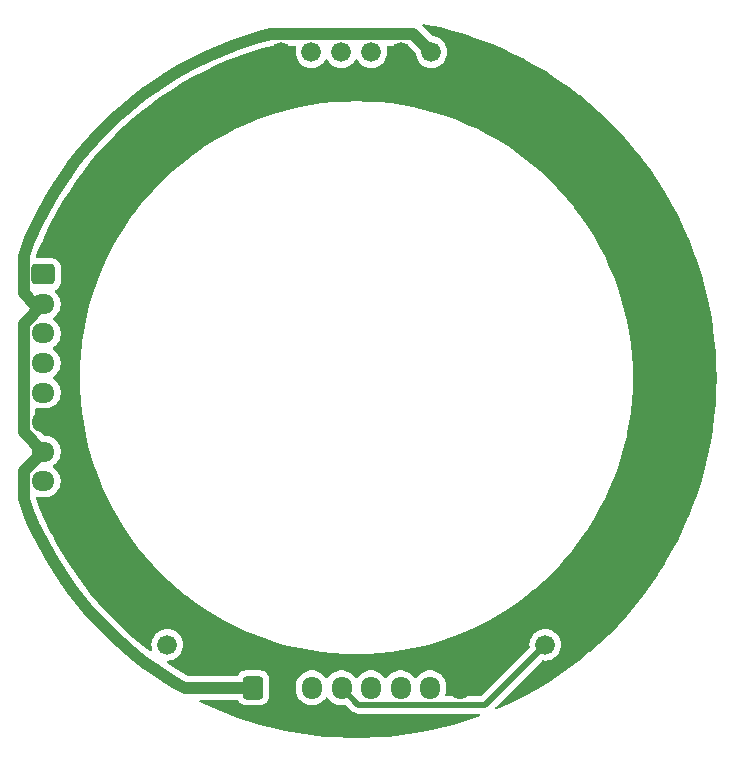
<source format=gbr>
%TF.GenerationSoftware,KiCad,Pcbnew,8.0.8*%
%TF.CreationDate,2025-03-04T17:09:11-05:00*%
%TF.ProjectId,board_C,626f6172-645f-4432-9e6b-696361645f70,rev?*%
%TF.SameCoordinates,Original*%
%TF.FileFunction,Copper,L2,Bot*%
%TF.FilePolarity,Positive*%
%FSLAX46Y46*%
G04 Gerber Fmt 4.6, Leading zero omitted, Abs format (unit mm)*
G04 Created by KiCad (PCBNEW 8.0.8) date 2025-03-04 17:09:11*
%MOMM*%
%LPD*%
G01*
G04 APERTURE LIST*
G04 Aperture macros list*
%AMRoundRect*
0 Rectangle with rounded corners*
0 $1 Rounding radius*
0 $2 $3 $4 $5 $6 $7 $8 $9 X,Y pos of 4 corners*
0 Add a 4 corners polygon primitive as box body*
4,1,4,$2,$3,$4,$5,$6,$7,$8,$9,$2,$3,0*
0 Add four circle primitives for the rounded corners*
1,1,$1+$1,$2,$3*
1,1,$1+$1,$4,$5*
1,1,$1+$1,$6,$7*
1,1,$1+$1,$8,$9*
0 Add four rect primitives between the rounded corners*
20,1,$1+$1,$2,$3,$4,$5,0*
20,1,$1+$1,$4,$5,$6,$7,0*
20,1,$1+$1,$6,$7,$8,$9,0*
20,1,$1+$1,$8,$9,$2,$3,0*%
G04 Aperture macros list end*
%TA.AperFunction,ComponentPad*%
%ADD10RoundRect,0.250000X-0.725000X0.600000X-0.725000X-0.600000X0.725000X-0.600000X0.725000X0.600000X0*%
%TD*%
%TA.AperFunction,ComponentPad*%
%ADD11O,1.950000X1.700000*%
%TD*%
%TA.AperFunction,ComponentPad*%
%ADD12C,1.676400*%
%TD*%
%TA.AperFunction,ComponentPad*%
%ADD13RoundRect,0.250000X-0.600000X-0.725000X0.600000X-0.725000X0.600000X0.725000X-0.600000X0.725000X0*%
%TD*%
%TA.AperFunction,ComponentPad*%
%ADD14O,1.700000X1.950000*%
%TD*%
%TA.AperFunction,Conductor*%
%ADD15C,0.500000*%
%TD*%
%TA.AperFunction,Conductor*%
%ADD16C,1.000000*%
%TD*%
G04 APERTURE END LIST*
D10*
%TO.P,J7,1,Pin_1*%
%TO.N,unconnected-(J7-Pin_1-Pad1)*%
X121995259Y-42247629D03*
D11*
%TO.P,J7,2,Pin_2*%
%TO.N,/RightSpeakerAndMic/3V3_SPK*%
X121995259Y-44747629D03*
%TO.P,J7,3,Pin_3*%
%TO.N,/RightSpeakerAndMic/LRCLK*%
X121995259Y-47247629D03*
%TO.P,J7,4,Pin_4*%
%TO.N,/RightSpeakerAndMic/DOUT*%
X121995259Y-49747629D03*
%TO.P,J7,5,Pin_5*%
%TO.N,/RightSpeakerAndMic/BCLK*%
X121995259Y-52247629D03*
%TO.P,J7,6,Pin_6*%
%TO.N,/RightSpeakerAndMic/GND_SPK*%
X121995259Y-54747629D03*
%TO.P,J7,7,Pin_7*%
%TO.N,/RightSpeakerAndMic/3V3_SPK*%
X121995259Y-57247629D03*
%TO.P,J7,8,Pin_8*%
%TO.N,unconnected-(J7-Pin_8-Pad8)*%
X121995259Y-59747629D03*
%TD*%
D12*
%TO.P,U8,1,SEL*%
%TO.N,/RightSpeakerAndMic/GND_SPK*%
X142155328Y-23415908D03*
%TO.P,U8,2,LRCLK*%
%TO.N,/RightSpeakerAndMic/LRCLK*%
X144695328Y-23415908D03*
%TO.P,U8,3,DOUT*%
%TO.N,/RightSpeakerAndMic/DOUT*%
X147235328Y-23415908D03*
%TO.P,U8,4,BCLK*%
%TO.N,/RightSpeakerAndMic/BCLK*%
X149775328Y-23415908D03*
%TO.P,U8,5,GND*%
%TO.N,/RightSpeakerAndMic/GND_SPK*%
X152315328Y-23415908D03*
%TO.P,U8,6,3V*%
%TO.N,/RightSpeakerAndMic/3V3_SPK*%
X154855328Y-23415908D03*
%TD*%
D13*
%TO.P,J5,1,Pin_1*%
%TO.N,/RightSpeakerAndMic/3V3_SPK*%
X139745259Y-77247629D03*
D14*
%TO.P,J5,2,Pin_2*%
%TO.N,/RightSpeakerAndMic/GND_SPK*%
X142245259Y-77247629D03*
%TO.P,J5,3,Pin_3*%
%TO.N,/RightSpeakerAndMic/Spk-*%
X144745259Y-77247629D03*
%TO.P,J5,4,Pin_4*%
%TO.N,/RightSpeakerAndMic/Spk+*%
X147245259Y-77247629D03*
%TO.P,J5,5,Pin_5*%
%TO.N,/RightSpeakerAndMic/LRCLK*%
X149745259Y-77247629D03*
%TO.P,J5,6,Pin_6*%
%TO.N,/RightSpeakerAndMic/DOUT*%
X152245259Y-77247629D03*
%TO.P,J5,7,Pin_7*%
%TO.N,/RightSpeakerAndMic/BCLK*%
X154745259Y-77247629D03*
%TO.P,J5,8,Pin_8*%
%TO.N,/RightSpeakerAndMic/GND_SPK*%
X157245259Y-77247629D03*
%TD*%
D12*
%TO.P,LS1,1,1*%
%TO.N,/RightSpeakerAndMic/Spk-*%
X132495259Y-73597629D03*
%TO.P,LS1,2,2*%
%TO.N,/RightSpeakerAndMic/Spk+*%
X164495259Y-73597629D03*
%TD*%
D15*
%TO.N,/RightSpeakerAndMic/Spk+*%
X148670259Y-78672629D02*
X147245259Y-77247629D01*
X164495259Y-73597629D02*
X159420259Y-78672629D01*
X159420259Y-78672629D02*
X148670259Y-78672629D01*
D16*
%TO.N,/RightSpeakerAndMic/3V3_SPK*%
X122208391Y-65448953D02*
X122744074Y-66383227D01*
X130646123Y-26888533D02*
X129792238Y-27544757D01*
X124547331Y-32932830D02*
X123914311Y-33804108D01*
X137202604Y-23207052D02*
X136212310Y-23630324D01*
X120807162Y-62539268D02*
X121239309Y-63525732D01*
X129792238Y-27544757D02*
X128962405Y-28231256D01*
X125905128Y-31261212D02*
X125211203Y-32084858D01*
X125211203Y-32084858D02*
X124547331Y-32932830D01*
X126628140Y-30463043D02*
X125905128Y-31261212D01*
X121239309Y-38469526D02*
X120807162Y-39455990D01*
X121245259Y-44747629D02*
X121995259Y-44747629D01*
X120410704Y-40457327D02*
X120320259Y-40712130D01*
X134280458Y-24582112D02*
X133341402Y-25109393D01*
X121239309Y-63525732D02*
X121706596Y-64496062D01*
X129792238Y-74450501D02*
X130646123Y-75106725D01*
X122744074Y-66383227D02*
X123312960Y-67297690D01*
X133341402Y-76885865D02*
X133985682Y-77247629D01*
X122744074Y-35612031D02*
X122208391Y-36546305D01*
X133985682Y-77247629D02*
X139745259Y-77247629D01*
X121706596Y-37499196D02*
X121239309Y-38469526D01*
X135237853Y-24088869D02*
X134280458Y-24582112D01*
X138207441Y-22819606D02*
X137202604Y-23207052D01*
X131523088Y-75731928D02*
X132421889Y-76325221D01*
X120320259Y-61283128D02*
X120410704Y-61537931D01*
X123312960Y-34697568D02*
X122744074Y-35612031D01*
X125211203Y-69910400D02*
X125905128Y-70734046D01*
X131523088Y-26263330D02*
X130646123Y-26888533D01*
X124547331Y-69062428D02*
X125211203Y-69910400D01*
X120320259Y-46422629D02*
X121995259Y-44747629D01*
X128157780Y-28947071D02*
X127379349Y-29691327D01*
X139225571Y-22468468D02*
X138207441Y-22819606D01*
X120807162Y-39455990D02*
X120410704Y-40457327D01*
X126628140Y-71532215D02*
X127379349Y-72303931D01*
X123312960Y-67297690D02*
X123914311Y-68191150D01*
X123914311Y-68191150D02*
X124547331Y-69062428D01*
X120320259Y-40712130D02*
X120320259Y-43822629D01*
X122208391Y-36546305D02*
X121706596Y-37499196D01*
X154855328Y-23415908D02*
X153316349Y-21876929D01*
X133341402Y-25109393D02*
X132421889Y-25670037D01*
X120320259Y-43822629D02*
X121245259Y-44747629D01*
X121995259Y-57247629D02*
X120320259Y-58922629D01*
X123914311Y-33804108D02*
X123312960Y-34697568D01*
X120410704Y-61537931D02*
X120807162Y-62539268D01*
X128157780Y-73048187D02*
X128962405Y-73764002D01*
X132421889Y-25670037D02*
X131523088Y-26263330D01*
X120320259Y-55572629D02*
X120320259Y-46422629D01*
X136212310Y-23630324D02*
X135237853Y-24088869D01*
X153316349Y-21876929D02*
X141296299Y-21876929D01*
X121706596Y-64496062D02*
X122208391Y-65448953D01*
X127379349Y-72303931D02*
X128157780Y-73048187D01*
X125905128Y-70734046D02*
X126628140Y-71532215D01*
X130646123Y-75106725D02*
X131523088Y-75731928D01*
X120320259Y-58922629D02*
X120320259Y-61283128D01*
X128962405Y-73764002D02*
X129792238Y-74450501D01*
X140255651Y-22154102D02*
X139225571Y-22468468D01*
X141296299Y-21876929D02*
X140255651Y-22154102D01*
X132421889Y-76325221D02*
X133341402Y-76885865D01*
X121995259Y-57247629D02*
X120320259Y-55572629D01*
X127379349Y-29691327D02*
X126628140Y-30463043D01*
X128962405Y-28231256D02*
X128157780Y-28947071D01*
%TD*%
%TA.AperFunction,Conductor*%
%TO.N,/RightSpeakerAndMic/GND_SPK*%
G36*
X154217744Y-21043791D02*
G01*
X154510711Y-21097270D01*
X154515078Y-21098148D01*
X155586261Y-21333934D01*
X155590599Y-21334971D01*
X156652592Y-21609280D01*
X156656877Y-21610470D01*
X157708285Y-21922944D01*
X157712484Y-21924275D01*
X158751916Y-22274500D01*
X158756101Y-22275995D01*
X159487232Y-22552116D01*
X159782191Y-22663511D01*
X159786348Y-22665167D01*
X160797806Y-23089484D01*
X160801849Y-23091268D01*
X161797338Y-23551831D01*
X161801280Y-23553742D01*
X162737007Y-24028392D01*
X162779477Y-24049935D01*
X162783433Y-24052032D01*
X163743077Y-24583216D01*
X163746902Y-24585425D01*
X164686732Y-25150902D01*
X164690519Y-25153275D01*
X165609313Y-25752307D01*
X165613019Y-25754820D01*
X166509568Y-26386620D01*
X166513181Y-26389265D01*
X167386345Y-27053028D01*
X167389859Y-27055801D01*
X167429707Y-27088428D01*
X168169466Y-27694136D01*
X168238483Y-27750646D01*
X168241896Y-27753545D01*
X169064881Y-28478577D01*
X169068187Y-28481597D01*
X169864470Y-29235876D01*
X169867664Y-29239013D01*
X170636211Y-30021562D01*
X170639262Y-30024783D01*
X171283483Y-30729955D01*
X171379031Y-30834543D01*
X171381991Y-30837902D01*
X172028552Y-31599093D01*
X172092050Y-31673848D01*
X172094884Y-31677309D01*
X172416664Y-32085106D01*
X172774326Y-32538377D01*
X172777035Y-32541942D01*
X173424912Y-33426929D01*
X173427491Y-33430589D01*
X174042996Y-34338392D01*
X174045442Y-34342143D01*
X174627785Y-35271596D01*
X174630093Y-35275432D01*
X175178487Y-36225277D01*
X175180656Y-36229194D01*
X175694424Y-37198264D01*
X175696449Y-37202257D01*
X176174881Y-38189209D01*
X176176761Y-38193273D01*
X176177982Y-38196042D01*
X176483727Y-38889486D01*
X176619251Y-39196859D01*
X176620983Y-39200988D01*
X177026951Y-40219893D01*
X177028533Y-40224082D01*
X177397450Y-41256973D01*
X177398880Y-41261216D01*
X177730275Y-42306778D01*
X177731550Y-42311069D01*
X178024975Y-43367890D01*
X178026095Y-43372226D01*
X178281179Y-44438968D01*
X178282141Y-44443340D01*
X178498543Y-45518581D01*
X178499347Y-45522986D01*
X178676788Y-46605327D01*
X178677433Y-46609758D01*
X178718301Y-46931389D01*
X178798666Y-47563872D01*
X178815688Y-47697832D01*
X178816172Y-47702283D01*
X178915052Y-48794625D01*
X178915375Y-48799091D01*
X178974754Y-49894276D01*
X178974916Y-49898750D01*
X178994718Y-50995389D01*
X178994718Y-50999867D01*
X178974916Y-52096505D01*
X178974754Y-52100979D01*
X178915375Y-53196164D01*
X178915052Y-53200630D01*
X178816172Y-54292972D01*
X178815688Y-54297423D01*
X178677433Y-55385497D01*
X178676788Y-55389928D01*
X178499347Y-56472269D01*
X178498543Y-56476674D01*
X178282141Y-57551915D01*
X178281179Y-57556287D01*
X178026095Y-58623029D01*
X178024975Y-58627365D01*
X177731550Y-59684186D01*
X177730275Y-59688477D01*
X177398880Y-60734039D01*
X177397450Y-60738282D01*
X177028533Y-61771173D01*
X177026951Y-61775362D01*
X176620983Y-62794267D01*
X176619251Y-62798396D01*
X176176761Y-63801982D01*
X176174881Y-63806046D01*
X175696449Y-64792998D01*
X175694424Y-64796991D01*
X175180656Y-65766061D01*
X175178487Y-65769978D01*
X174630093Y-66719823D01*
X174627785Y-66723659D01*
X174045442Y-67653112D01*
X174042996Y-67656863D01*
X173427491Y-68564666D01*
X173424912Y-68568326D01*
X172777035Y-69453313D01*
X172774326Y-69456878D01*
X172094887Y-70317943D01*
X172092050Y-70321407D01*
X171381991Y-71157353D01*
X171379031Y-71160712D01*
X170639276Y-71970457D01*
X170636197Y-71973708D01*
X169867664Y-72756242D01*
X169864470Y-72759379D01*
X169068187Y-73513658D01*
X169064881Y-73516678D01*
X168241896Y-74241710D01*
X168238483Y-74244609D01*
X167389859Y-74939454D01*
X167386345Y-74942227D01*
X166513181Y-75605990D01*
X166509568Y-75608635D01*
X165613019Y-76240435D01*
X165609313Y-76242948D01*
X164690526Y-76841976D01*
X164686732Y-76844353D01*
X163746928Y-77409815D01*
X163743050Y-77412054D01*
X162783433Y-77943223D01*
X162779477Y-77945320D01*
X161801324Y-78441492D01*
X161797295Y-78443445D01*
X160801876Y-78903975D01*
X160797779Y-78905782D01*
X160433210Y-79058722D01*
X160363775Y-79066504D01*
X160301155Y-79035511D01*
X160265232Y-78975584D01*
X160267411Y-78905748D01*
X160297558Y-78856697D01*
X164194650Y-74959604D01*
X164255971Y-74926121D01*
X164293135Y-74923759D01*
X164441491Y-74936738D01*
X164495258Y-74941443D01*
X164495259Y-74941443D01*
X164495260Y-74941443D01*
X164534150Y-74938040D01*
X164728610Y-74921027D01*
X164954870Y-74860401D01*
X165167166Y-74761406D01*
X165359046Y-74627050D01*
X165524680Y-74461416D01*
X165659036Y-74269536D01*
X165758031Y-74057240D01*
X165818657Y-73830980D01*
X165839073Y-73597629D01*
X165818657Y-73364278D01*
X165758031Y-73138018D01*
X165659036Y-72925722D01*
X165524680Y-72733842D01*
X165359046Y-72568208D01*
X165167166Y-72433852D01*
X164954870Y-72334857D01*
X164954866Y-72334856D01*
X164954862Y-72334854D01*
X164728615Y-72274232D01*
X164728605Y-72274230D01*
X164495260Y-72253815D01*
X164495258Y-72253815D01*
X164261912Y-72274230D01*
X164261902Y-72274232D01*
X164035655Y-72334854D01*
X164035648Y-72334856D01*
X164035648Y-72334857D01*
X163823352Y-72433852D01*
X163631472Y-72568208D01*
X163631470Y-72568209D01*
X163631467Y-72568212D01*
X163465842Y-72733837D01*
X163465839Y-72733840D01*
X163465838Y-72733842D01*
X163415796Y-72805310D01*
X163331482Y-72925722D01*
X163232488Y-73138016D01*
X163232484Y-73138025D01*
X163171862Y-73364272D01*
X163171860Y-73364282D01*
X163151445Y-73597628D01*
X163151445Y-73597630D01*
X163169128Y-73799749D01*
X163155361Y-73868249D01*
X163133281Y-73898237D01*
X159145710Y-77885810D01*
X159084387Y-77919295D01*
X159058029Y-77922129D01*
X156157386Y-77922129D01*
X156090347Y-77902444D01*
X156044592Y-77849640D01*
X156034648Y-77780482D01*
X156039455Y-77759811D01*
X156062505Y-77688872D01*
X156095759Y-77478916D01*
X156095759Y-77016342D01*
X156062505Y-76806386D01*
X155996816Y-76604217D01*
X155900310Y-76414813D01*
X155900308Y-76414810D01*
X155900307Y-76414808D01*
X155775368Y-76242842D01*
X155625045Y-76092519D01*
X155453079Y-75967580D01*
X155263673Y-75871073D01*
X155263672Y-75871072D01*
X155263671Y-75871072D01*
X155061502Y-75805383D01*
X155061500Y-75805382D01*
X155061499Y-75805382D01*
X154900216Y-75779837D01*
X154851546Y-75772129D01*
X154638972Y-75772129D01*
X154590301Y-75779837D01*
X154429019Y-75805382D01*
X154226844Y-75871073D01*
X154037438Y-75967580D01*
X153865472Y-76092519D01*
X153715153Y-76242838D01*
X153715149Y-76242843D01*
X153595577Y-76407422D01*
X153540248Y-76450088D01*
X153470634Y-76456067D01*
X153408839Y-76423462D01*
X153394941Y-76407422D01*
X153275368Y-76242843D01*
X153275364Y-76242838D01*
X153125045Y-76092519D01*
X152953079Y-75967580D01*
X152763673Y-75871073D01*
X152763672Y-75871072D01*
X152763671Y-75871072D01*
X152561502Y-75805383D01*
X152561500Y-75805382D01*
X152561499Y-75805382D01*
X152400216Y-75779837D01*
X152351546Y-75772129D01*
X152138972Y-75772129D01*
X152090301Y-75779837D01*
X151929019Y-75805382D01*
X151726844Y-75871073D01*
X151537438Y-75967580D01*
X151365472Y-76092519D01*
X151215153Y-76242838D01*
X151215149Y-76242843D01*
X151095577Y-76407422D01*
X151040248Y-76450088D01*
X150970634Y-76456067D01*
X150908839Y-76423462D01*
X150894941Y-76407422D01*
X150775368Y-76242843D01*
X150775364Y-76242838D01*
X150625045Y-76092519D01*
X150453079Y-75967580D01*
X150263673Y-75871073D01*
X150263672Y-75871072D01*
X150263671Y-75871072D01*
X150061502Y-75805383D01*
X150061500Y-75805382D01*
X150061499Y-75805382D01*
X149900216Y-75779837D01*
X149851546Y-75772129D01*
X149638972Y-75772129D01*
X149590301Y-75779837D01*
X149429019Y-75805382D01*
X149226844Y-75871073D01*
X149037438Y-75967580D01*
X148865472Y-76092519D01*
X148715153Y-76242838D01*
X148715149Y-76242843D01*
X148595577Y-76407422D01*
X148540248Y-76450088D01*
X148470634Y-76456067D01*
X148408839Y-76423462D01*
X148394941Y-76407422D01*
X148275368Y-76242843D01*
X148275364Y-76242838D01*
X148125045Y-76092519D01*
X147953079Y-75967580D01*
X147763673Y-75871073D01*
X147763672Y-75871072D01*
X147763671Y-75871072D01*
X147561502Y-75805383D01*
X147561500Y-75805382D01*
X147561499Y-75805382D01*
X147400216Y-75779837D01*
X147351546Y-75772129D01*
X147138972Y-75772129D01*
X147090301Y-75779837D01*
X146929019Y-75805382D01*
X146726844Y-75871073D01*
X146537438Y-75967580D01*
X146365472Y-76092519D01*
X146215153Y-76242838D01*
X146215149Y-76242843D01*
X146095577Y-76407422D01*
X146040248Y-76450088D01*
X145970634Y-76456067D01*
X145908839Y-76423462D01*
X145894941Y-76407422D01*
X145775368Y-76242843D01*
X145775364Y-76242838D01*
X145625045Y-76092519D01*
X145453079Y-75967580D01*
X145263673Y-75871073D01*
X145263672Y-75871072D01*
X145263671Y-75871072D01*
X145061502Y-75805383D01*
X145061500Y-75805382D01*
X145061499Y-75805382D01*
X144900216Y-75779837D01*
X144851546Y-75772129D01*
X144638972Y-75772129D01*
X144590301Y-75779837D01*
X144429019Y-75805382D01*
X144226844Y-75871073D01*
X144037438Y-75967580D01*
X143865472Y-76092519D01*
X143715149Y-76242842D01*
X143590210Y-76414808D01*
X143493703Y-76604214D01*
X143428012Y-76806389D01*
X143416842Y-76876916D01*
X143394759Y-77016342D01*
X143394759Y-77478916D01*
X143428013Y-77688872D01*
X143492002Y-77885810D01*
X143493703Y-77891043D01*
X143590210Y-78080449D01*
X143715149Y-78252415D01*
X143865472Y-78402738D01*
X144037438Y-78527677D01*
X144037440Y-78527678D01*
X144037443Y-78527680D01*
X144226847Y-78624186D01*
X144429016Y-78689875D01*
X144638972Y-78723129D01*
X144638973Y-78723129D01*
X144851545Y-78723129D01*
X144851546Y-78723129D01*
X145061502Y-78689875D01*
X145263671Y-78624186D01*
X145453075Y-78527680D01*
X145475048Y-78511715D01*
X145625045Y-78402738D01*
X145625047Y-78402735D01*
X145625051Y-78402733D01*
X145775363Y-78252421D01*
X145894942Y-78087833D01*
X145950270Y-78045169D01*
X146019883Y-78039190D01*
X146081679Y-78071795D01*
X146095572Y-78087828D01*
X146212037Y-78248129D01*
X146215155Y-78252421D01*
X146365472Y-78402738D01*
X146537438Y-78527677D01*
X146537440Y-78527678D01*
X146537443Y-78527680D01*
X146726847Y-78624186D01*
X146929016Y-78689875D01*
X147138972Y-78723129D01*
X147138973Y-78723129D01*
X147351545Y-78723129D01*
X147351546Y-78723129D01*
X147554897Y-78690921D01*
X147624190Y-78699876D01*
X147661976Y-78725713D01*
X148087307Y-79151044D01*
X148087308Y-79151045D01*
X148191843Y-79255580D01*
X148191844Y-79255581D01*
X148314757Y-79337709D01*
X148314770Y-79337716D01*
X148451341Y-79394285D01*
X148451346Y-79394287D01*
X148451350Y-79394287D01*
X148451351Y-79394288D01*
X148596338Y-79423129D01*
X158860912Y-79423129D01*
X158927951Y-79442814D01*
X158973706Y-79495618D01*
X158983650Y-79564776D01*
X158954625Y-79628332D01*
X158904722Y-79663132D01*
X158756117Y-79719254D01*
X158751900Y-79720760D01*
X157712518Y-80070969D01*
X157708250Y-80072322D01*
X156656891Y-80384781D01*
X156652577Y-80385979D01*
X155590607Y-80660282D01*
X155586252Y-80661323D01*
X154515089Y-80897104D01*
X154510700Y-80897987D01*
X153431746Y-81094939D01*
X153427327Y-81095664D01*
X152341919Y-81253540D01*
X152337478Y-81254104D01*
X151247118Y-81372688D01*
X151242659Y-81373092D01*
X150148690Y-81452237D01*
X150144219Y-81452479D01*
X149048144Y-81492076D01*
X149043667Y-81492157D01*
X147946851Y-81492157D01*
X147942374Y-81492076D01*
X146846298Y-81452479D01*
X146841827Y-81452237D01*
X145747858Y-81373092D01*
X145743399Y-81372688D01*
X144653039Y-81254104D01*
X144648598Y-81253540D01*
X143563190Y-81095664D01*
X143558771Y-81094939D01*
X142479817Y-80897987D01*
X142475428Y-80897104D01*
X141404265Y-80661323D01*
X141399910Y-80660282D01*
X140337940Y-80385979D01*
X140333626Y-80384781D01*
X139282267Y-80072322D01*
X139277999Y-80070969D01*
X138238617Y-79720760D01*
X138234400Y-79719254D01*
X137208326Y-79331744D01*
X137204167Y-79330087D01*
X136192738Y-78905782D01*
X136188641Y-78903975D01*
X135282325Y-78484668D01*
X135229747Y-78438654D01*
X135210393Y-78371518D01*
X135230407Y-78304577D01*
X135283436Y-78259082D01*
X135334391Y-78248129D01*
X138364201Y-78248129D01*
X138431240Y-78267814D01*
X138469738Y-78307030D01*
X138552547Y-78441285D01*
X138676603Y-78565341D01*
X138825925Y-78657443D01*
X138992462Y-78712628D01*
X139095250Y-78723129D01*
X140395267Y-78723128D01*
X140498056Y-78712628D01*
X140664593Y-78657443D01*
X140813915Y-78565341D01*
X140937971Y-78441285D01*
X141030073Y-78291963D01*
X141085258Y-78125426D01*
X141095759Y-78022638D01*
X141095758Y-76472621D01*
X141085258Y-76369832D01*
X141030073Y-76203295D01*
X140937971Y-76053973D01*
X140813915Y-75929917D01*
X140664593Y-75837815D01*
X140498056Y-75782630D01*
X140498054Y-75782629D01*
X140395269Y-75772129D01*
X139095257Y-75772129D01*
X139095240Y-75772130D01*
X138992462Y-75782629D01*
X138992459Y-75782630D01*
X138825927Y-75837814D01*
X138825922Y-75837816D01*
X138676601Y-75929918D01*
X138552548Y-76053971D01*
X138469740Y-76188226D01*
X138417792Y-76234950D01*
X138364201Y-76247129D01*
X134279789Y-76247129D01*
X134219080Y-76231250D01*
X133848866Y-76023374D01*
X133845026Y-76021127D01*
X132959970Y-75481493D01*
X132956211Y-75479107D01*
X132479999Y-75164762D01*
X132434894Y-75111402D01*
X132425797Y-75042127D01*
X132455598Y-74978931D01*
X132514834Y-74941879D01*
X132537500Y-74937747D01*
X132728610Y-74921027D01*
X132954870Y-74860401D01*
X133167166Y-74761406D01*
X133359046Y-74627050D01*
X133524680Y-74461416D01*
X133659036Y-74269536D01*
X133758031Y-74057240D01*
X133818657Y-73830980D01*
X133839073Y-73597629D01*
X133818657Y-73364278D01*
X133758031Y-73138018D01*
X133659036Y-72925722D01*
X133524680Y-72733842D01*
X133359046Y-72568208D01*
X133167166Y-72433852D01*
X132954870Y-72334857D01*
X132954866Y-72334856D01*
X132954862Y-72334854D01*
X132728615Y-72274232D01*
X132728605Y-72274230D01*
X132495260Y-72253815D01*
X132495258Y-72253815D01*
X132261912Y-72274230D01*
X132261902Y-72274232D01*
X132035655Y-72334854D01*
X132035648Y-72334856D01*
X132035648Y-72334857D01*
X131823352Y-72433852D01*
X131631472Y-72568208D01*
X131631470Y-72568209D01*
X131631467Y-72568212D01*
X131465842Y-72733837D01*
X131465839Y-72733840D01*
X131465838Y-72733842D01*
X131415796Y-72805310D01*
X131331482Y-72925722D01*
X131232488Y-73138016D01*
X131232484Y-73138025D01*
X131171862Y-73364272D01*
X131171860Y-73364282D01*
X131151445Y-73597628D01*
X131151445Y-73597629D01*
X131171860Y-73830975D01*
X131171862Y-73830985D01*
X131218232Y-74004043D01*
X131216569Y-74073893D01*
X131177406Y-74131755D01*
X131113177Y-74159259D01*
X131044275Y-74147672D01*
X131022897Y-74134455D01*
X130417922Y-73669521D01*
X130414441Y-73666746D01*
X129615696Y-73005967D01*
X129612318Y-73003068D01*
X128837885Y-72314112D01*
X128834612Y-72311094D01*
X128535295Y-72024918D01*
X128085336Y-71594714D01*
X128082188Y-71591594D01*
X127359137Y-70848803D01*
X127356090Y-70845558D01*
X126879737Y-70319689D01*
X126660178Y-70077306D01*
X126657257Y-70073963D01*
X125989332Y-69281178D01*
X125986537Y-69277736D01*
X125431144Y-68568326D01*
X125347570Y-68461576D01*
X125344895Y-68458029D01*
X125170223Y-68217614D01*
X124735609Y-67619418D01*
X124733057Y-67615770D01*
X124154239Y-66755789D01*
X124151820Y-66752052D01*
X123604263Y-65871874D01*
X123601980Y-65868052D01*
X123086393Y-64968826D01*
X123084248Y-64964925D01*
X122805102Y-64434838D01*
X122601245Y-64047723D01*
X122599260Y-64043783D01*
X122149464Y-63109771D01*
X122147636Y-63105793D01*
X121731692Y-62156316D01*
X121729979Y-62152207D01*
X121579952Y-61773283D01*
X121358897Y-61214965D01*
X121352521Y-61145389D01*
X121384773Y-61083408D01*
X121445415Y-61048704D01*
X121512507Y-61051387D01*
X121554016Y-61064875D01*
X121763972Y-61098129D01*
X121763973Y-61098129D01*
X122226545Y-61098129D01*
X122226546Y-61098129D01*
X122436502Y-61064875D01*
X122638671Y-60999186D01*
X122828075Y-60902680D01*
X122850048Y-60886715D01*
X123000045Y-60777738D01*
X123000047Y-60777735D01*
X123000051Y-60777733D01*
X123150363Y-60627421D01*
X123150365Y-60627417D01*
X123150368Y-60627415D01*
X123275307Y-60455449D01*
X123275306Y-60455449D01*
X123275310Y-60455445D01*
X123371816Y-60266041D01*
X123437505Y-60063872D01*
X123470759Y-59853916D01*
X123470759Y-59641342D01*
X123437505Y-59431386D01*
X123371816Y-59229217D01*
X123275310Y-59039813D01*
X123275308Y-59039810D01*
X123275307Y-59039808D01*
X123150368Y-58867842D01*
X123000051Y-58717525D01*
X122835463Y-58597945D01*
X122792799Y-58542618D01*
X122786820Y-58473005D01*
X122819425Y-58411209D01*
X122835458Y-58397315D01*
X123000051Y-58277733D01*
X123150363Y-58127421D01*
X123150365Y-58127417D01*
X123150368Y-58127415D01*
X123275307Y-57955449D01*
X123275306Y-57955449D01*
X123275310Y-57955445D01*
X123371816Y-57766041D01*
X123437505Y-57563872D01*
X123470759Y-57353916D01*
X123470759Y-57141342D01*
X123437505Y-56931386D01*
X123371816Y-56729217D01*
X123275310Y-56539813D01*
X123275308Y-56539810D01*
X123275307Y-56539808D01*
X123150368Y-56367842D01*
X123000045Y-56217519D01*
X122828079Y-56092580D01*
X122638673Y-55996073D01*
X122638672Y-55996072D01*
X122638671Y-55996072D01*
X122436502Y-55930383D01*
X122436500Y-55930382D01*
X122436499Y-55930382D01*
X122275216Y-55904837D01*
X122226546Y-55897129D01*
X122226545Y-55897129D01*
X122111042Y-55897129D01*
X122044003Y-55877444D01*
X122023361Y-55860810D01*
X121357078Y-55194527D01*
X121323593Y-55133204D01*
X121320759Y-55106846D01*
X121320759Y-53659756D01*
X121340444Y-53592717D01*
X121393248Y-53546962D01*
X121462406Y-53537018D01*
X121483072Y-53541823D01*
X121554016Y-53564875D01*
X121763972Y-53598129D01*
X121763973Y-53598129D01*
X122226545Y-53598129D01*
X122226546Y-53598129D01*
X122436502Y-53564875D01*
X122638671Y-53499186D01*
X122828075Y-53402680D01*
X122850048Y-53386715D01*
X123000045Y-53277738D01*
X123000047Y-53277735D01*
X123000051Y-53277733D01*
X123150363Y-53127421D01*
X123150365Y-53127417D01*
X123150368Y-53127415D01*
X123275307Y-52955449D01*
X123275306Y-52955449D01*
X123275310Y-52955445D01*
X123371816Y-52766041D01*
X123437505Y-52563872D01*
X123470759Y-52353916D01*
X123470759Y-52141342D01*
X123437505Y-51931386D01*
X123371816Y-51729217D01*
X123275310Y-51539813D01*
X123275308Y-51539810D01*
X123275307Y-51539808D01*
X123150368Y-51367842D01*
X123000051Y-51217525D01*
X122835463Y-51097945D01*
X122792799Y-51042618D01*
X122788935Y-50997629D01*
X125089759Y-50997629D01*
X125109753Y-51964865D01*
X125169702Y-52930457D01*
X125269497Y-53892693D01*
X125269498Y-53892705D01*
X125269500Y-53892717D01*
X125408979Y-54850048D01*
X125408981Y-54850058D01*
X125587902Y-55800797D01*
X125802693Y-56729217D01*
X125805961Y-56743339D01*
X126029804Y-57556287D01*
X126062789Y-57676079D01*
X126357930Y-58597374D01*
X126502966Y-58993028D01*
X126690904Y-59505714D01*
X127061126Y-60399511D01*
X127384946Y-61098129D01*
X127467971Y-61277248D01*
X127910729Y-62137403D01*
X128023095Y-62335160D01*
X128388672Y-62978554D01*
X128900959Y-63799224D01*
X129446723Y-64598022D01*
X130025031Y-65373584D01*
X130025047Y-65373604D01*
X130025048Y-65373605D01*
X130634878Y-66124566D01*
X130634895Y-66124585D01*
X131275273Y-66849742D01*
X131275279Y-66849748D01*
X131945070Y-67547816D01*
X132058721Y-67656863D01*
X132643145Y-68217614D01*
X133286273Y-68785553D01*
X133368320Y-68858008D01*
X134024613Y-69390961D01*
X134119303Y-69467856D01*
X134894865Y-70046164D01*
X135693663Y-70591928D01*
X136514333Y-71104215D01*
X137355472Y-71582151D01*
X137355483Y-71582157D01*
X137735772Y-71777907D01*
X138215643Y-72024918D01*
X139093376Y-72431761D01*
X139987173Y-72801983D01*
X140895505Y-73134954D01*
X141816821Y-73430102D01*
X142749548Y-73686926D01*
X143692091Y-73904985D01*
X144642839Y-74083908D01*
X145600170Y-74223387D01*
X146562447Y-74323186D01*
X147528026Y-74383134D01*
X148495258Y-74403128D01*
X149462490Y-74383134D01*
X150428069Y-74323186D01*
X151390346Y-74223387D01*
X152347677Y-74083908D01*
X153298425Y-73904985D01*
X154240968Y-73686926D01*
X155173695Y-73430102D01*
X156095011Y-73134954D01*
X157003343Y-72801983D01*
X157897140Y-72431761D01*
X158774873Y-72024918D01*
X159635044Y-71582151D01*
X160476183Y-71104215D01*
X161296853Y-70591928D01*
X162095651Y-70046164D01*
X162871213Y-69467856D01*
X163489286Y-68965939D01*
X163622195Y-68858008D01*
X163622203Y-68858000D01*
X163622214Y-68857992D01*
X164347371Y-68217614D01*
X165045445Y-67547816D01*
X165715243Y-66849742D01*
X166355621Y-66124585D01*
X166355629Y-66124574D01*
X166355637Y-66124566D01*
X166754071Y-65633924D01*
X166965485Y-65373584D01*
X167543793Y-64598022D01*
X168089557Y-63799224D01*
X168601844Y-62978554D01*
X169079780Y-62137415D01*
X169522547Y-61277244D01*
X169929390Y-60399511D01*
X170299612Y-59505714D01*
X170632583Y-58597382D01*
X170927731Y-57676066D01*
X171184555Y-56743339D01*
X171380327Y-55897129D01*
X171402614Y-55800797D01*
X171430099Y-55654747D01*
X171581537Y-54850048D01*
X171721016Y-53892717D01*
X171820815Y-52930440D01*
X171880763Y-51964861D01*
X171900757Y-50997629D01*
X171880763Y-50030397D01*
X171820815Y-49064818D01*
X171721016Y-48102541D01*
X171581537Y-47145210D01*
X171402614Y-46194462D01*
X171184555Y-45251919D01*
X170927731Y-44319192D01*
X170632583Y-43397876D01*
X170299612Y-42489544D01*
X169929390Y-41595747D01*
X169522547Y-40718014D01*
X169079780Y-39857843D01*
X168601844Y-39016704D01*
X168089557Y-38196034D01*
X167543793Y-37397236D01*
X166965485Y-36621674D01*
X166911407Y-36555082D01*
X166355637Y-35870691D01*
X165829970Y-35275432D01*
X165715243Y-35145516D01*
X165500115Y-34921306D01*
X165045445Y-34447441D01*
X164347377Y-33777650D01*
X164347371Y-33777644D01*
X163622214Y-33137266D01*
X163622195Y-33137249D01*
X162871234Y-32527419D01*
X162871233Y-32527418D01*
X162871213Y-32527402D01*
X162095651Y-31949094D01*
X162052459Y-31919584D01*
X161296844Y-31403324D01*
X160476189Y-30891047D01*
X160476183Y-30891043D01*
X159635044Y-30413107D01*
X159635032Y-30413100D01*
X158774877Y-29970342D01*
X158150954Y-29681144D01*
X157897140Y-29563497D01*
X157003343Y-29193275D01*
X156994267Y-29189948D01*
X156095003Y-28860301D01*
X155173708Y-28565160D01*
X155173704Y-28565158D01*
X155173695Y-28565156D01*
X154240968Y-28308332D01*
X154240969Y-28308332D01*
X154240961Y-28308330D01*
X153298430Y-28090274D01*
X153298425Y-28090273D01*
X152347677Y-27911350D01*
X151390346Y-27771871D01*
X151390334Y-27771869D01*
X151390322Y-27771868D01*
X150428086Y-27672073D01*
X149462494Y-27612124D01*
X148495258Y-27592130D01*
X147528021Y-27612124D01*
X146562429Y-27672073D01*
X145600193Y-27771868D01*
X145600178Y-27771870D01*
X145600170Y-27771871D01*
X144642839Y-27911350D01*
X144642829Y-27911351D01*
X144642828Y-27911352D01*
X143692085Y-28090274D01*
X142749554Y-28308330D01*
X142131256Y-28478577D01*
X141816821Y-28565156D01*
X141816817Y-28565157D01*
X141816807Y-28565160D01*
X140895512Y-28860301D01*
X139987177Y-29193273D01*
X139093375Y-29563497D01*
X138215638Y-29970342D01*
X137355483Y-30413100D01*
X136514326Y-30891047D01*
X135693671Y-31403324D01*
X134894865Y-31949093D01*
X134408730Y-32311586D01*
X134119303Y-32527402D01*
X134119294Y-32527409D01*
X134119281Y-32527419D01*
X133368320Y-33137249D01*
X132643138Y-33777650D01*
X131945070Y-34447441D01*
X131275279Y-35145509D01*
X130634878Y-35870691D01*
X130025048Y-36621652D01*
X130025038Y-36621665D01*
X130025031Y-36621674D01*
X129821062Y-36895215D01*
X129446722Y-37397236D01*
X128900953Y-38196042D01*
X128388676Y-39016697D01*
X127910729Y-39857854D01*
X127467971Y-40718009D01*
X127061126Y-41595746D01*
X126690902Y-42489548D01*
X126357930Y-43397883D01*
X126062789Y-44319178D01*
X125805959Y-45251925D01*
X125587903Y-46194456D01*
X125510162Y-46607551D01*
X125408979Y-47145210D01*
X125290931Y-47955449D01*
X125269497Y-48102564D01*
X125169702Y-49064800D01*
X125109753Y-50030392D01*
X125089759Y-50997629D01*
X122788935Y-50997629D01*
X122786820Y-50973005D01*
X122819425Y-50911209D01*
X122835458Y-50897315D01*
X123000051Y-50777733D01*
X123150363Y-50627421D01*
X123150365Y-50627417D01*
X123150368Y-50627415D01*
X123275307Y-50455449D01*
X123275306Y-50455449D01*
X123275310Y-50455445D01*
X123371816Y-50266041D01*
X123437505Y-50063872D01*
X123470759Y-49853916D01*
X123470759Y-49641342D01*
X123437505Y-49431386D01*
X123371816Y-49229217D01*
X123275310Y-49039813D01*
X123275308Y-49039810D01*
X123275307Y-49039808D01*
X123150368Y-48867842D01*
X123000051Y-48717525D01*
X122835463Y-48597945D01*
X122792799Y-48542618D01*
X122786820Y-48473005D01*
X122819425Y-48411209D01*
X122835458Y-48397315D01*
X123000051Y-48277733D01*
X123150363Y-48127421D01*
X123150365Y-48127417D01*
X123150368Y-48127415D01*
X123275307Y-47955449D01*
X123275306Y-47955449D01*
X123275310Y-47955445D01*
X123371816Y-47766041D01*
X123437505Y-47563872D01*
X123470759Y-47353916D01*
X123470759Y-47141342D01*
X123437505Y-46931386D01*
X123371816Y-46729217D01*
X123275310Y-46539813D01*
X123275308Y-46539810D01*
X123275307Y-46539808D01*
X123150368Y-46367842D01*
X123000050Y-46217524D01*
X122880683Y-46130800D01*
X122835463Y-46097945D01*
X122792799Y-46042618D01*
X122786820Y-45973005D01*
X122819425Y-45911209D01*
X122835458Y-45897315D01*
X123000051Y-45777733D01*
X123150363Y-45627421D01*
X123150365Y-45627417D01*
X123150368Y-45627415D01*
X123275307Y-45455449D01*
X123275306Y-45455449D01*
X123275310Y-45455445D01*
X123371816Y-45266041D01*
X123437505Y-45063872D01*
X123470759Y-44853916D01*
X123470759Y-44641342D01*
X123437505Y-44431386D01*
X123371816Y-44229217D01*
X123275310Y-44039813D01*
X123275308Y-44039810D01*
X123275307Y-44039808D01*
X123150368Y-43867842D01*
X123011553Y-43729027D01*
X122978068Y-43667704D01*
X122983052Y-43598012D01*
X123024924Y-43542079D01*
X123034138Y-43535807D01*
X123039590Y-43532443D01*
X123039593Y-43532443D01*
X123188915Y-43440341D01*
X123312971Y-43316285D01*
X123405073Y-43166963D01*
X123460258Y-43000426D01*
X123470759Y-42897638D01*
X123470758Y-41597621D01*
X123470566Y-41595746D01*
X123460258Y-41494832D01*
X123460257Y-41494829D01*
X123405073Y-41328295D01*
X123312971Y-41178973D01*
X123188915Y-41054917D01*
X123039593Y-40962815D01*
X122873056Y-40907630D01*
X122873054Y-40907629D01*
X122770275Y-40897129D01*
X122770268Y-40897129D01*
X121495099Y-40897129D01*
X121428060Y-40877444D01*
X121382305Y-40824640D01*
X121372361Y-40755482D01*
X121379807Y-40727481D01*
X121580776Y-40219893D01*
X121729987Y-39843029D01*
X121731692Y-39838940D01*
X121926574Y-39394083D01*
X122147646Y-38889441D01*
X122149454Y-38885506D01*
X122599271Y-37951451D01*
X122601234Y-37947555D01*
X123084255Y-37030316D01*
X123086393Y-37026430D01*
X123601992Y-36127182D01*
X123604249Y-36123403D01*
X124151832Y-35243184D01*
X124154239Y-35239467D01*
X124217474Y-35145516D01*
X124733072Y-34379464D01*
X124735593Y-34375859D01*
X125344920Y-33537192D01*
X125347550Y-33533707D01*
X125986571Y-32717477D01*
X125989310Y-32714105D01*
X126657289Y-31921255D01*
X126660153Y-31917977D01*
X127356108Y-31149678D01*
X127359118Y-31146473D01*
X128082229Y-30403620D01*
X128085308Y-30400569D01*
X128834635Y-29684140D01*
X128837861Y-29681165D01*
X129612350Y-28992160D01*
X129615664Y-28989316D01*
X130414458Y-28328495D01*
X130417904Y-28325748D01*
X131239771Y-27694130D01*
X131243342Y-27691487D01*
X131270575Y-27672072D01*
X132087479Y-27089688D01*
X132091057Y-27087232D01*
X132956252Y-26516122D01*
X132959929Y-26513788D01*
X133845045Y-25974117D01*
X133848848Y-25971892D01*
X134752746Y-25464352D01*
X134756566Y-25462296D01*
X135678171Y-24987492D01*
X135682047Y-24985582D01*
X136620081Y-24544177D01*
X136624105Y-24542372D01*
X137577290Y-24134961D01*
X137581368Y-24133304D01*
X138548575Y-23760368D01*
X138552682Y-23758868D01*
X139532703Y-23420873D01*
X139536897Y-23419510D01*
X140528417Y-23116912D01*
X140532632Y-23115708D01*
X141411573Y-22881605D01*
X141443487Y-22877429D01*
X143292088Y-22877429D01*
X143359127Y-22897114D01*
X143404882Y-22949918D01*
X143414826Y-23019076D01*
X143411863Y-23033522D01*
X143371931Y-23182551D01*
X143371929Y-23182561D01*
X143351514Y-23415907D01*
X143351514Y-23415908D01*
X143371929Y-23649254D01*
X143371931Y-23649264D01*
X143432553Y-23875511D01*
X143432555Y-23875515D01*
X143432556Y-23875519D01*
X143531551Y-24087815D01*
X143665907Y-24279695D01*
X143831541Y-24445329D01*
X144023421Y-24579685D01*
X144235717Y-24678680D01*
X144461977Y-24739306D01*
X144648657Y-24755638D01*
X144695327Y-24759722D01*
X144695328Y-24759722D01*
X144695329Y-24759722D01*
X144734219Y-24756319D01*
X144928679Y-24739306D01*
X145154939Y-24678680D01*
X145367235Y-24579685D01*
X145559115Y-24445329D01*
X145724749Y-24279695D01*
X145859105Y-24087815D01*
X145859105Y-24087813D01*
X145862210Y-24083380D01*
X145863651Y-24084389D01*
X145908500Y-24041620D01*
X145977106Y-24028392D01*
X146041973Y-24054355D01*
X146067622Y-24083956D01*
X146068446Y-24083380D01*
X146071550Y-24087813D01*
X146071551Y-24087815D01*
X146205907Y-24279695D01*
X146371541Y-24445329D01*
X146563421Y-24579685D01*
X146775717Y-24678680D01*
X147001977Y-24739306D01*
X147188657Y-24755638D01*
X147235327Y-24759722D01*
X147235328Y-24759722D01*
X147235329Y-24759722D01*
X147274219Y-24756319D01*
X147468679Y-24739306D01*
X147694939Y-24678680D01*
X147907235Y-24579685D01*
X148099115Y-24445329D01*
X148264749Y-24279695D01*
X148399105Y-24087815D01*
X148399105Y-24087813D01*
X148402210Y-24083380D01*
X148403651Y-24084389D01*
X148448500Y-24041620D01*
X148517106Y-24028392D01*
X148581973Y-24054355D01*
X148607622Y-24083956D01*
X148608446Y-24083380D01*
X148611550Y-24087813D01*
X148611551Y-24087815D01*
X148745907Y-24279695D01*
X148911541Y-24445329D01*
X149103421Y-24579685D01*
X149315717Y-24678680D01*
X149541977Y-24739306D01*
X149728657Y-24755638D01*
X149775327Y-24759722D01*
X149775328Y-24759722D01*
X149775329Y-24759722D01*
X149814219Y-24756319D01*
X150008679Y-24739306D01*
X150234939Y-24678680D01*
X150447235Y-24579685D01*
X150639115Y-24445329D01*
X150804749Y-24279695D01*
X150939105Y-24087815D01*
X151038100Y-23875519D01*
X151098726Y-23649259D01*
X151119142Y-23415908D01*
X151098726Y-23182557D01*
X151080812Y-23115699D01*
X151058793Y-23033522D01*
X151060456Y-22963672D01*
X151099619Y-22905810D01*
X151163848Y-22878306D01*
X151178568Y-22877429D01*
X152850567Y-22877429D01*
X152917606Y-22897114D01*
X152938248Y-22913748D01*
X153486417Y-23461917D01*
X153519902Y-23523240D01*
X153522264Y-23538789D01*
X153531929Y-23649254D01*
X153531931Y-23649264D01*
X153592553Y-23875511D01*
X153592555Y-23875515D01*
X153592556Y-23875519D01*
X153691551Y-24087815D01*
X153825907Y-24279695D01*
X153991541Y-24445329D01*
X154183421Y-24579685D01*
X154395717Y-24678680D01*
X154621977Y-24739306D01*
X154808657Y-24755638D01*
X154855327Y-24759722D01*
X154855328Y-24759722D01*
X154855329Y-24759722D01*
X154894219Y-24756319D01*
X155088679Y-24739306D01*
X155314939Y-24678680D01*
X155527235Y-24579685D01*
X155719115Y-24445329D01*
X155884749Y-24279695D01*
X156019105Y-24087815D01*
X156118100Y-23875519D01*
X156178726Y-23649259D01*
X156199142Y-23415908D01*
X156178726Y-23182557D01*
X156118100Y-22956297D01*
X156019105Y-22744001D01*
X155884749Y-22552121D01*
X155719115Y-22386487D01*
X155527235Y-22252131D01*
X155314939Y-22153136D01*
X155314935Y-22153135D01*
X155314931Y-22153133D01*
X155088684Y-22092511D01*
X155088674Y-22092509D01*
X154978209Y-22082844D01*
X154913141Y-22057391D01*
X154901337Y-22046997D01*
X154107797Y-21253457D01*
X154074312Y-21192134D01*
X154079296Y-21122442D01*
X154121168Y-21066509D01*
X154186632Y-21042092D01*
X154217744Y-21043791D01*
G37*
%TD.AperFunction*%
%TD*%
M02*

</source>
